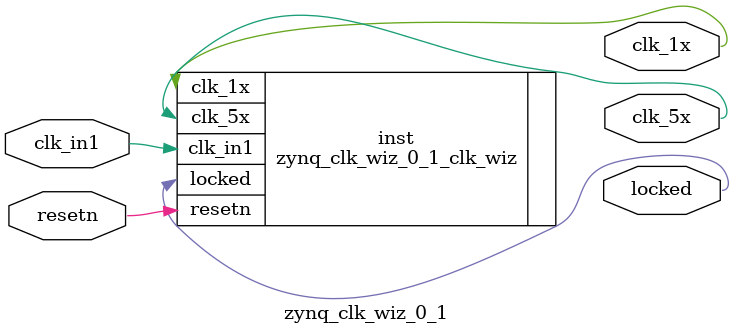
<source format=v>


`timescale 1ps/1ps

(* CORE_GENERATION_INFO = "zynq_clk_wiz_0_1,clk_wiz_v6_0_2_0_0,{component_name=zynq_clk_wiz_0_1,use_phase_alignment=true,use_min_o_jitter=false,use_max_i_jitter=false,use_dyn_phase_shift=false,use_inclk_switchover=false,use_dyn_reconfig=false,enable_axi=0,feedback_source=FDBK_AUTO,PRIMITIVE=MMCM,num_out_clk=2,clkin1_period=10.000,clkin2_period=10.000,use_power_down=false,use_reset=true,use_locked=true,use_inclk_stopped=false,feedback_type=SINGLE,CLOCK_MGR_TYPE=NA,manual_override=false}" *)

module zynq_clk_wiz_0_1 
 (
  // Clock out ports
  output        clk_1x,
  output        clk_5x,
  // Status and control signals
  input         resetn,
  output        locked,
 // Clock in ports
  input         clk_in1
 );

  zynq_clk_wiz_0_1_clk_wiz inst
  (
  // Clock out ports  
  .clk_1x(clk_1x),
  .clk_5x(clk_5x),
  // Status and control signals               
  .resetn(resetn), 
  .locked(locked),
 // Clock in ports
  .clk_in1(clk_in1)
  );

endmodule

</source>
